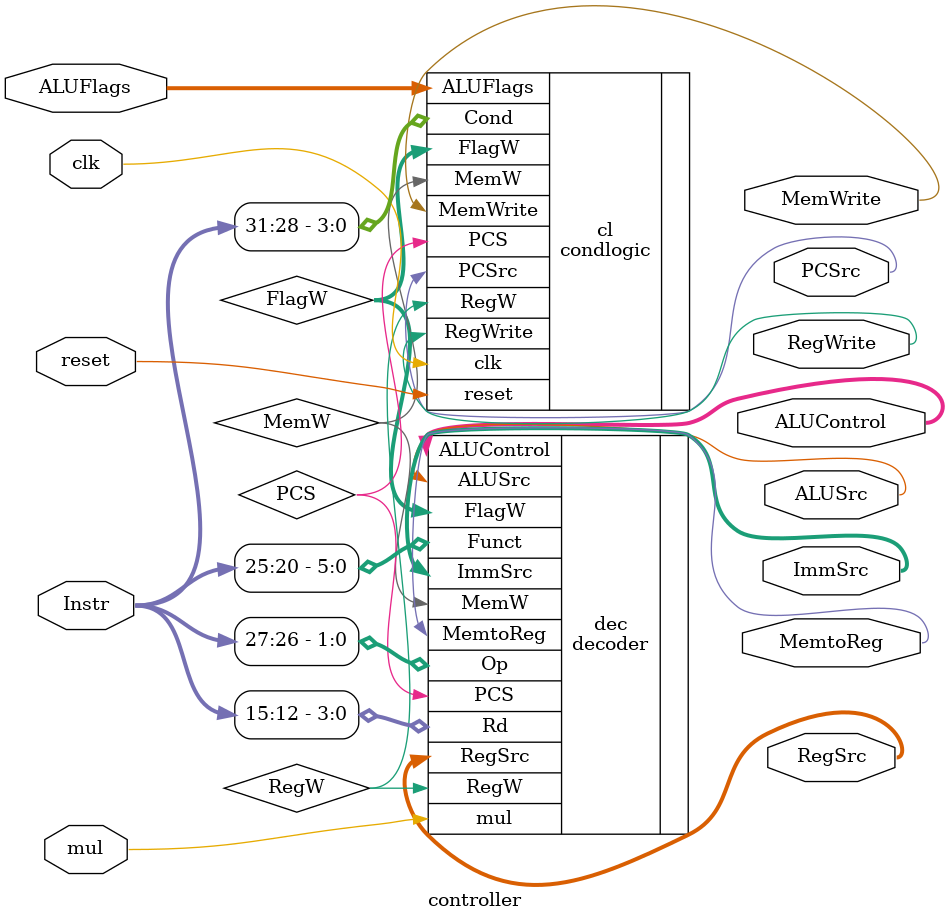
<source format=v>
(* dont_touch = "true" *) module controller (
  input         clk,       // 时钟
  input         reset,     // 同步复位（高有效）
  input [31:12] Instr,     // 指令位段
  input [  3:0] ALUFlags,  // ALU NZCV 标志
  input         mul,

  output [3:0] RegSrc,      // 寄存器读端口选择
  output       RegWrite,    // 寄存器写使能
  output [2:0] ImmSrc,      // 立即数扩展控制
  output       ALUSrc,      // ALU SrcB 选择
  output [2:0] ALUControl,  // ALU 运算控制
  output       MemtoReg,    // 写回数据选择
  output       MemWrite,    // 数据存储器写使能
  output       PCSrc        // PC 更新选择
);

  // --------------------------------------------------------------------
  // 内部连线
  // --------------------------------------------------------------------
(* dont_touch = "true" *) wire [1:0] FlagW;  // 条件满足时，哪些 NZCV 位需要被 datapath 写回wire [1:0] FlagW;  // 条件满足时，哪些 NZCV 位需要被 datapath 写回
(* dont_touch = "true" *) wire       PCS;  // 条件化 PC 写使能（分支指令）wire       PCS;  // 条件化 PC 写使能（分支指令）
(* dont_touch = "true" *) wire       RegW;  // 条件化寄存器写使能 (decoder → condlogic)wire       RegW;  // 条件化寄存器写使能 (decoder → condlogic)
(* dont_touch = "true" *) wire       MemW;  // 条件化数据存储器写使能 (decoder → condlogic)wire       MemW;  // 条件化数据存储器写使能 (decoder → condlogic)

  // --------------------------------------------------------------------
  // ① 指令译码 ─ 纯组合逻辑
  //    解析:
  //      • Instr[27:26] : 主操作码 (如 00=数据处理, 01=一次存储, 10=分支)
  //      • Instr[25:20] : 功能/位宽/立即数标志
  //      • Instr[15:12] : 目的寄存器 Rd
  // --------------------------------------------------------------------
  decoder dec (
    /* instr fields */
    .Op        (Instr[27:26]),  // 主操作码
    .Funct     (Instr[25:20]),  // 功能位
    .Rd        (Instr[15:12]),  // Rd
    /* outputs to condlogic / datapath */
    .FlagW     (FlagW),         // 指示 datapath 写回哪些 NZCV
    .PCS       (PCS),           // 条件化 PC 写
    .RegW      (RegW),          // 条件化寄存器写
    .MemW      (MemW),          // 条件化数据存储器写
    .MemtoReg  (MemtoReg),      // 写回数据选择
    .ALUSrc    (ALUSrc),        // ALU SrcB 选择
    .ImmSrc    (ImmSrc),        // 立即数扩展方式
    .RegSrc    (RegSrc),        // 寄存器读端口选择
    .ALUControl(ALUControl),    // ALU 运算控制
    .mul       (mul)            // 是否为乘法指令
  );

  // --------------------------------------------------------------------
  // ② 条件执行逻辑 ─ 时序逻辑
  //    • 基于指令顶 4 位 Cond 字段 + 当前 NZCV 判定条件是否成立
  //    • 一旦条件满足，则把 RegW/MemW/PCS 等写使能发往 datapath
  //    • FlagW 亦在此处寄存，以保证与运算结果同步
  // --------------------------------------------------------------------
  condlogic cl (
    .clk     (clk),           // 时钟
    .reset   (reset),         // 同步复位
    .Cond    (Instr[31:28]),  // Cond 条件码
    .ALUFlags(ALUFlags),      // 当前 NZCV
    .FlagW   (FlagW),         // 需写回的 NZCV 位
    .PCS     (PCS),           // 来自 decoder 的 PC 写请求
    .RegW    (RegW),          // 来自 decoder 的寄存器写请求
    .MemW    (MemW),          // 来自 decoder 的 Mem 写请求
    /* Outputs */
    .PCSrc   (PCSrc),         // 实际的 PCSrc（条件化后）
    .RegWrite(RegWrite),      // 实际的 RegWrite
    .MemWrite(MemWrite)       // 实际的 MemWrite
  );

endmodule

</source>
